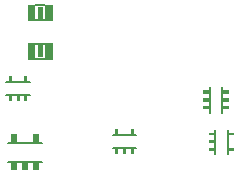
<source format=gbr>
G04 DipTrace 3.3.1.3*
G04 TopAssy.gbr*
%MOMM*%
G04 #@! TF.FileFunction,Drawing,Top*
G04 #@! TF.Part,Single*
%ADD13C,0.2032*%
%ADD14C,0.1524*%
%ADD17C,0.127*%
%FSLAX35Y35*%
G04*
G71*
G90*
G75*
G01*
G04 TopAssy*
%LPD*%
X1633994Y2788502D2*
D14*
X1716002D1*
X1633994Y2661494D2*
X1716002D1*
G36*
X1715642Y2655140D2*
X1780622D1*
Y2795144D1*
X1715642D1*
Y2655140D1*
G37*
G36*
X1568330D2*
X1633310D1*
Y2795144D1*
X1568330D1*
Y2655140D1*
G37*
G36*
X1655018Y2674994D2*
X1694978D1*
Y2775002D1*
X1655018D1*
Y2674994D1*
G37*
X1633994Y2463502D2*
D14*
X1716002D1*
X1633994Y2336494D2*
X1716002D1*
G36*
X1715642Y2330140D2*
X1780622D1*
Y2470144D1*
X1715642D1*
Y2330140D1*
G37*
G36*
X1568330D2*
X1633310D1*
Y2470144D1*
X1568330D1*
Y2330140D1*
G37*
G36*
X1655018Y2349994D2*
X1694978D1*
Y2450002D1*
X1655018D1*
Y2349994D1*
G37*
X3265006Y1534998D2*
D17*
Y1734998D1*
X3154990D2*
Y1534998D1*
G36*
X3104998Y1647498D2*
X3149998D1*
Y1622498D1*
X3104998D1*
Y1647498D1*
G37*
G36*
Y1712498D2*
X3149998D1*
Y1687498D1*
X3104998D1*
Y1712498D1*
G37*
G36*
Y1582498D2*
X3149998D1*
Y1557498D1*
X3104998D1*
Y1582498D1*
G37*
G36*
X3269998Y1712498D2*
X3314998D1*
Y1687498D1*
X3269998D1*
Y1712498D1*
G37*
G36*
Y1582498D2*
X3314998D1*
Y1557498D1*
X3269998D1*
Y1582498D1*
G37*
X2489998Y1690006D2*
D17*
X2289998D1*
Y1579990D2*
X2489998D1*
G36*
X2377498Y1529998D2*
X2402498D1*
Y1574998D1*
X2377498D1*
Y1529998D1*
G37*
G36*
X2312498D2*
X2337498D1*
Y1574998D1*
X2312498D1*
Y1529998D1*
G37*
G36*
X2442498D2*
X2467498D1*
Y1574998D1*
X2442498D1*
Y1529998D1*
G37*
G36*
X2312498Y1694998D2*
X2337498D1*
Y1739998D1*
X2312498D1*
Y1694998D1*
G37*
G36*
X2442498D2*
X2467498D1*
Y1739998D1*
X2442498D1*
Y1694998D1*
G37*
X3114998Y1879998D2*
D13*
Y2099998D1*
X3214998D2*
Y1879998D1*
G36*
X3274998Y1910006D2*
X3224998D1*
Y1939992D1*
X3274998D1*
Y1910006D1*
G37*
G36*
Y1974994D2*
X3224998D1*
Y2005002D1*
X3274998D1*
Y1974994D1*
G37*
G36*
Y2040004D2*
X3224998D1*
Y2069990D1*
X3274998D1*
Y2040004D1*
G37*
G36*
X3104998D2*
X3054998D1*
Y2069990D1*
X3104998D1*
Y2040004D1*
G37*
G36*
Y1974994D2*
X3054998D1*
Y2005002D1*
X3104998D1*
Y1974994D1*
G37*
G36*
Y1910006D2*
X3054998D1*
Y1939992D1*
X3104998D1*
Y1910006D1*
G37*
X1589998Y2140006D2*
D17*
X1389998D1*
Y2029990D2*
X1589998D1*
G36*
X1477498Y1979998D2*
X1502498D1*
Y2024998D1*
X1477498D1*
Y1979998D1*
G37*
G36*
X1412498D2*
X1437498D1*
Y2024998D1*
X1412498D1*
Y1979998D1*
G37*
G36*
X1542498D2*
X1567498D1*
Y2024998D1*
X1542498D1*
Y1979998D1*
G37*
G36*
X1412498Y2144998D2*
X1437498D1*
Y2189998D1*
X1412498D1*
Y2144998D1*
G37*
G36*
X1542498D2*
X1567498D1*
Y2189998D1*
X1542498D1*
Y2144998D1*
G37*
X1687198Y1464982D2*
D14*
X1402798D1*
Y1627014D2*
X1687198D1*
G36*
X1425010Y1396012D2*
X1475007D1*
Y1460992D1*
X1425010D1*
Y1396012D1*
G37*
G36*
X1519999D2*
X1569997D1*
Y1460992D1*
X1519999D1*
Y1396012D1*
G37*
G36*
X1614989D2*
X1664986D1*
Y1460992D1*
X1614989D1*
Y1396012D1*
G37*
G36*
Y1631004D2*
X1664986D1*
Y1695984D1*
X1614989D1*
Y1631004D1*
G37*
G36*
X1425010D2*
X1475007D1*
Y1695984D1*
X1425010D1*
Y1631004D1*
G37*
M02*

</source>
